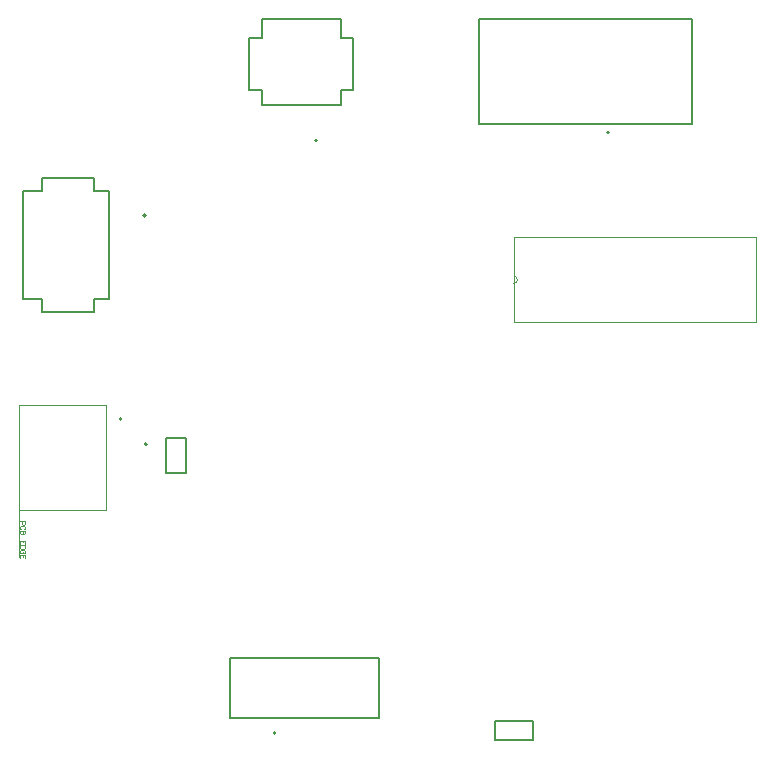
<source format=gbr>
%TF.GenerationSoftware,Altium Limited,Altium Designer,24.4.1 (13)*%
G04 Layer_Color=16711935*
%FSLAX45Y45*%
%MOMM*%
%TF.SameCoordinates,EFC9E65E-F59A-4C70-970D-A36E2AA460D7*%
%TF.FilePolarity,Positive*%
%TF.FileFunction,Other,Top_3D_Body*%
%TF.Part,Single*%
G01*
G75*
%TA.AperFunction,NonConductor*%
%ADD78C,0.12700*%
%ADD80C,0.20000*%
%ADD82C,0.10000*%
%ADD142C,0.00000*%
%ADD143C,0.02540*%
%ADD144C,0.08462*%
D78*
X3821750Y6743750D02*
X3984250D01*
Y6451250D02*
Y6743750D01*
X3821750Y6451250D02*
X3984250D01*
X3821750D02*
Y6743750D01*
X6469000Y10295000D02*
X8270000D01*
X6469000Y9407500D02*
Y10295000D01*
Y9407500D02*
X8270000D01*
Y10295000D01*
X2607500Y7920000D02*
X2767500D01*
X3207500Y8840000D02*
X3337500D01*
X2767500Y7815000D02*
X3207500D01*
X2767500D02*
Y7920000D01*
X3207500Y7815000D02*
Y7920000D01*
X2767500Y8945000D02*
X3207500D01*
X2767500Y8840000D02*
Y8945000D01*
X3207500Y8840000D02*
Y8945000D01*
X2607500Y8840000D02*
X2767500D01*
X2607500Y7920000D02*
Y8840000D01*
X3207500Y7920000D02*
X3337500D01*
Y8840000D01*
X4627500Y9565000D02*
X5297500D01*
X4627500D02*
Y9695000D01*
Y10295000D02*
X5297500D01*
Y10135000D02*
Y10295000D01*
Y9695000D02*
X5402500D01*
X5297500Y10135000D02*
X5402500D01*
Y9695000D02*
Y10135000D01*
X4522500Y9695000D02*
X4627500D01*
X4522500Y10135000D02*
X4627500D01*
X4522500Y9695000D02*
Y10135000D01*
X5297500Y9565000D02*
Y9695000D01*
X4627500Y10135000D02*
Y10295000D01*
X4358501Y4372500D02*
Y4882500D01*
Y4372500D02*
X5623500D01*
Y4882500D01*
X4358501D02*
X5623500D01*
X6607500Y4347500D02*
X6927500D01*
Y4187500D02*
Y4347500D01*
X6607500Y4187500D02*
X6927500D01*
X6607500D02*
Y4347500D01*
D80*
X3657500Y6692000D02*
G03*
X3657500Y6692000I-10000J0D01*
G01*
X7570000Y9332500D02*
G03*
X7570000Y9332500I-10000J0D01*
G01*
X3647500Y8630000D02*
G03*
X3647500Y8630000I-10000J0D01*
G01*
X5097500Y9265000D02*
G03*
X5097500Y9265000I-10000J0D01*
G01*
X3444500Y6905500D02*
G03*
X3444500Y6905500I-10000J0D01*
G01*
X4747000Y4247500D02*
G03*
X4747000Y4247500I-10000J0D01*
G01*
D82*
X3309500Y6133500D02*
Y7027500D01*
X2574500Y6133500D02*
X3309500D01*
X2574500D02*
Y7027500D01*
X3309500D01*
X2574500Y5740500D02*
Y6133500D01*
D142*
X6763504Y8054980D02*
G03*
X6763504Y8115940I0J30480D01*
G01*
D143*
Y7724780D02*
X8813284D01*
X6763504D02*
Y8446140D01*
X8813284D01*
Y7724780D02*
Y8446140D01*
D144*
X2584500Y6040500D02*
X2625127D01*
Y6020187D01*
X2618356Y6013415D01*
X2604813D01*
X2598042Y6020187D01*
Y6040500D01*
X2618356Y5972789D02*
X2625127Y5979560D01*
Y5993102D01*
X2618356Y5999873D01*
X2591271D01*
X2584500Y5993102D01*
Y5979560D01*
X2591271Y5972789D01*
X2625127Y5959246D02*
X2584500D01*
Y5938933D01*
X2591271Y5932162D01*
X2598042D01*
X2604813Y5938933D01*
Y5959246D01*
Y5938933D01*
X2611585Y5932162D01*
X2618356D01*
X2625127Y5938933D01*
Y5959246D01*
Y5850908D02*
Y5877993D01*
X2584500D01*
Y5850908D01*
X2604813Y5877993D02*
Y5864451D01*
X2625127Y5837366D02*
X2584500D01*
Y5817053D01*
X2591271Y5810281D01*
X2618356D01*
X2625127Y5817053D01*
Y5837366D01*
X2618356Y5769655D02*
X2625127Y5776426D01*
Y5789968D01*
X2618356Y5796739D01*
X2591271D01*
X2584500Y5789968D01*
Y5776426D01*
X2591271Y5769655D01*
X2604813D01*
Y5783197D01*
X2625127Y5729028D02*
Y5756112D01*
X2584500D01*
Y5729028D01*
X2604813Y5756112D02*
Y5742570D01*
%TF.MD5,b3463fb51440708f1b0de8ddca7f5937*%
M02*

</source>
